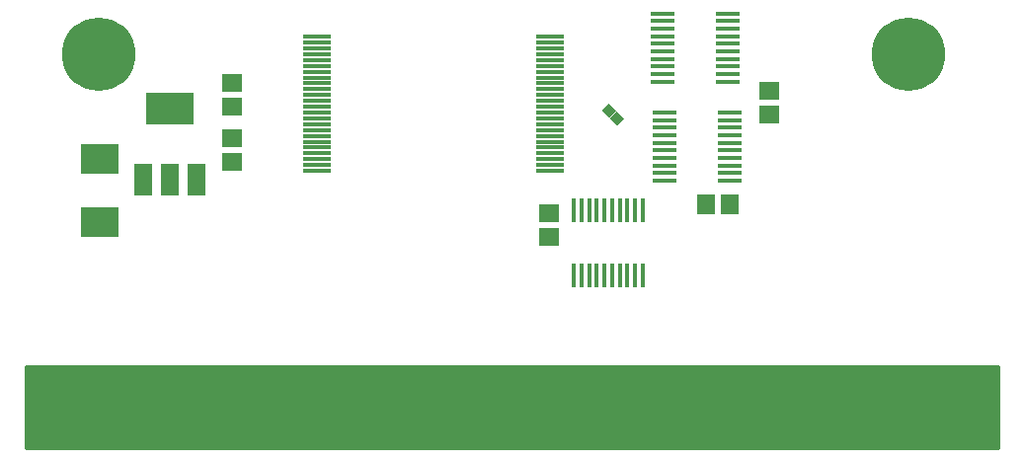
<source format=gts>
G04 #@! TF.FileFunction,Soldermask,Top*
%FSLAX46Y46*%
G04 Gerber Fmt 4.6, Leading zero omitted, Abs format (unit mm)*
G04 Created by KiCad (PCBNEW 4.0.7) date 07/02/21 15:20:09*
%MOMM*%
%LPD*%
G01*
G04 APERTURE LIST*
%ADD10C,0.200000*%
%ADD11R,3.200000X2.600000*%
%ADD12R,1.700000X1.600000*%
%ADD13R,1.600000X1.700000*%
%ADD14R,1.800000X6.200000*%
%ADD15R,0.450000X2.000000*%
%ADD16R,2.000000X0.450000*%
%ADD17O,2.400000X0.403200*%
%ADD18R,1.500000X2.700000*%
%ADD19R,4.050000X2.800000*%
%ADD20C,6.300000*%
%ADD21C,0.254000*%
G04 APERTURE END LIST*
D10*
D11*
X6499000Y-25468000D03*
X6499000Y-20068000D03*
D12*
X17802000Y-20261000D03*
X17802000Y-18216300D03*
D13*
X60474000Y-23944000D03*
X58429300Y-23944000D03*
D12*
X63903000Y-14165000D03*
X63903000Y-16209700D03*
X17802000Y-15562000D03*
X17802000Y-13517300D03*
X44980000Y-24706000D03*
X44980000Y-26750700D03*
D14*
X81140000Y-41000000D03*
X78600000Y-41000000D03*
X76060000Y-41000000D03*
X73520000Y-41000000D03*
X70980000Y-41000000D03*
X68440000Y-41000000D03*
X65900000Y-41000000D03*
X63360000Y-41000000D03*
X60820000Y-41000000D03*
X58280000Y-41000000D03*
X55740000Y-41000000D03*
X53200000Y-41000000D03*
X50660000Y-41000000D03*
X48120000Y-41000000D03*
X45580000Y-41000000D03*
X43040000Y-41000000D03*
X40500000Y-41000000D03*
X37960000Y-41000000D03*
X35420000Y-41000000D03*
X32880000Y-41000000D03*
X30340000Y-41000000D03*
X27800000Y-41000000D03*
X25260000Y-41000000D03*
X22720000Y-41000000D03*
X20180000Y-41000000D03*
X17640000Y-41000000D03*
X15100000Y-41000000D03*
X12560000Y-41000000D03*
X10020000Y-41000000D03*
X7480000Y-41000000D03*
X4940000Y-41000000D03*
X2400000Y-41000000D03*
D15*
X47139000Y-30040000D03*
X47789000Y-30040000D03*
X48439000Y-30040000D03*
X49089000Y-30040000D03*
X49739000Y-30040000D03*
X50389000Y-30040000D03*
X51039000Y-30040000D03*
X51689000Y-30040000D03*
X52339000Y-30040000D03*
X52989000Y-30040000D03*
X52989000Y-24440000D03*
X52339000Y-24440000D03*
X51689000Y-24440000D03*
X51039000Y-24440000D03*
X50389000Y-24440000D03*
X49739000Y-24440000D03*
X49089000Y-24440000D03*
X48439000Y-24440000D03*
X47789000Y-24440000D03*
X47139000Y-24440000D03*
D16*
X60474000Y-21912000D03*
X60474000Y-21262000D03*
X60474000Y-20612000D03*
X60474000Y-19962000D03*
X60474000Y-19312000D03*
X60474000Y-18662000D03*
X60474000Y-18012000D03*
X60474000Y-17362000D03*
X60474000Y-16712000D03*
X60474000Y-16062000D03*
X54874000Y-16062000D03*
X54874000Y-16712000D03*
X54874000Y-17362000D03*
X54874000Y-18012000D03*
X54874000Y-18662000D03*
X54874000Y-19312000D03*
X54874000Y-19962000D03*
X54874000Y-20612000D03*
X54874000Y-21262000D03*
X54874000Y-21912000D03*
X60347000Y-13403000D03*
X60347000Y-12753000D03*
X60347000Y-12103000D03*
X60347000Y-11453000D03*
X60347000Y-10803000D03*
X60347000Y-10153000D03*
X60347000Y-9503000D03*
X60347000Y-8853000D03*
X60347000Y-8203000D03*
X60347000Y-7553000D03*
X54747000Y-7553000D03*
X54747000Y-8203000D03*
X54747000Y-8853000D03*
X54747000Y-9503000D03*
X54747000Y-10153000D03*
X54747000Y-10803000D03*
X54747000Y-11453000D03*
X54747000Y-12103000D03*
X54747000Y-12753000D03*
X54747000Y-13403000D03*
D17*
X45074000Y-21054000D03*
X45074000Y-20554000D03*
X45074000Y-20054000D03*
X45074000Y-19554000D03*
X45074000Y-19054000D03*
X45074000Y-18554000D03*
X45074000Y-18054000D03*
X45074000Y-17554000D03*
X45074000Y-17054000D03*
X45074000Y-16554000D03*
X45074000Y-16054000D03*
X45074000Y-15554000D03*
X45074000Y-15054000D03*
X45074000Y-14554000D03*
X45074000Y-14054000D03*
X45074000Y-13554000D03*
X45074000Y-13054000D03*
X45074000Y-12554000D03*
X45074000Y-12054000D03*
X45074000Y-11554000D03*
X45074000Y-11054000D03*
X45074000Y-10554000D03*
X45074000Y-10054000D03*
X45074000Y-9554000D03*
X25074000Y-9554000D03*
X25074000Y-10054000D03*
X25074000Y-10554000D03*
X25074000Y-11054000D03*
X25074000Y-11554000D03*
X25074000Y-12054000D03*
X25074000Y-12554000D03*
X25074000Y-13054000D03*
X25074000Y-13554000D03*
X25074000Y-14054000D03*
X25074000Y-14554000D03*
X25074000Y-15054000D03*
X25074000Y-15554000D03*
X25074000Y-16054000D03*
X25074000Y-16554000D03*
X25074000Y-17054000D03*
X25074000Y-17554000D03*
X25074000Y-18054000D03*
X25074000Y-18554000D03*
X25074000Y-19054000D03*
X25074000Y-19554000D03*
X25074000Y-20054000D03*
X25074000Y-20554000D03*
X25074000Y-21054000D03*
D18*
X10182000Y-21785000D03*
X12480700Y-21785000D03*
X14779400Y-21785000D03*
D19*
X12480700Y-15689000D03*
D20*
X6400000Y-11100000D03*
X75800000Y-11100000D03*
D10*
G36*
X51401251Y-16591565D02*
X50835565Y-17157251D01*
X50199169Y-16520855D01*
X50764855Y-15955169D01*
X51401251Y-16591565D01*
X51401251Y-16591565D01*
G37*
G36*
X50727732Y-15918046D02*
X50162046Y-16483732D01*
X49525650Y-15847336D01*
X50091336Y-15281650D01*
X50727732Y-15918046D01*
X50727732Y-15918046D01*
G37*
D21*
G36*
X83473000Y-44873000D02*
X127000Y-44873000D01*
X127000Y-37827000D01*
X83473000Y-37827000D01*
X83473000Y-44873000D01*
X83473000Y-44873000D01*
G37*
X83473000Y-44873000D02*
X127000Y-44873000D01*
X127000Y-37827000D01*
X83473000Y-37827000D01*
X83473000Y-44873000D01*
M02*

</source>
